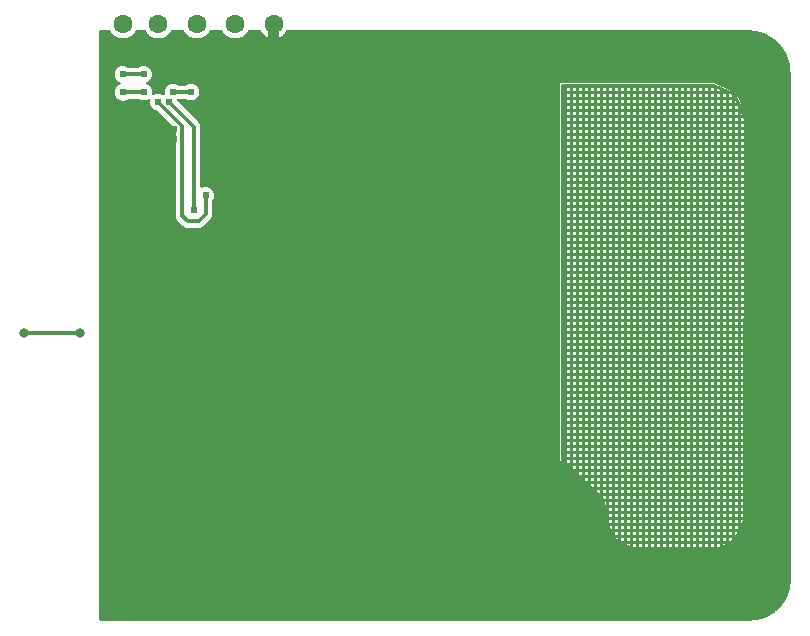
<source format=gbl>
G04 Layer: BottomLayer*
G04 EasyEDA v6.3.22, 2020-02-04T20:47:36+01:00*
G04 23f8c3a8da344597b0e8ce6df696b462,1e61c1b39cbf46459d8771e8f21e6a9c,10*
G04 Gerber Generator version 0.2*
G04 Scale: 100 percent, Rotated: No, Reflected: No *
G04 Dimensions in millimeters *
G04 leading zeros omitted , absolute positions ,3 integer and 3 decimal *
%FSLAX33Y33*%
%MOMM*%
G90*
G71D02*

%ADD10C,0.254000*%
%ADD13C,0.299999*%
%ADD19C,0.609600*%
%ADD20C,0.808025*%
%ADD28C,1.599997*%
%ADD29C,0.807999*%

%LPD*%
G36*
G01X30893Y50537D02*
G01X30161Y50538D01*
G01X30147Y50537D01*
G01X30132Y50533D01*
G01X30119Y50528D01*
G01X30106Y50521D01*
G01X30095Y50513D01*
G01X30084Y50502D01*
G01X30075Y50491D01*
G01X30069Y50478D01*
G01X30064Y50464D01*
G01X30061Y50450D01*
G01X30060Y50436D01*
G01X30060Y604D01*
G01X30061Y589D01*
G01X30064Y575D01*
G01X30069Y562D01*
G01X30075Y549D01*
G01X30084Y537D01*
G01X30095Y527D01*
G01X30106Y518D01*
G01X30119Y511D01*
G01X30132Y506D01*
G01X30147Y503D01*
G01X30161Y502D01*
G01X84945Y502D01*
G01X84971Y506D01*
G01X85003Y513D01*
G01X85034Y518D01*
G01X85067Y521D01*
G01X85099Y522D01*
G01X85184Y523D01*
G01X85268Y526D01*
G01X85352Y532D01*
G01X85437Y539D01*
G01X85521Y548D01*
G01X85604Y559D01*
G01X85688Y572D01*
G01X85771Y587D01*
G01X85854Y605D01*
G01X85936Y624D01*
G01X86018Y645D01*
G01X86099Y668D01*
G01X86180Y693D01*
G01X86260Y721D01*
G01X86339Y749D01*
G01X86418Y780D01*
G01X86496Y813D01*
G01X86573Y848D01*
G01X86649Y885D01*
G01X86725Y923D01*
G01X86799Y963D01*
G01X86872Y1005D01*
G01X86945Y1049D01*
G01X87016Y1094D01*
G01X87086Y1141D01*
G01X87155Y1190D01*
G01X87223Y1241D01*
G01X87289Y1293D01*
G01X87354Y1346D01*
G01X87418Y1402D01*
G01X87481Y1459D01*
G01X87542Y1517D01*
G01X87602Y1577D01*
G01X87660Y1638D01*
G01X87717Y1700D01*
G01X87773Y1764D01*
G01X87826Y1829D01*
G01X87878Y1896D01*
G01X87929Y1964D01*
G01X87978Y2033D01*
G01X88025Y2103D01*
G01X88070Y2174D01*
G01X88114Y2247D01*
G01X88156Y2320D01*
G01X88196Y2394D01*
G01X88234Y2470D01*
G01X88271Y2546D01*
G01X88305Y2623D01*
G01X88338Y2701D01*
G01X88369Y2779D01*
G01X88398Y2859D01*
G01X88425Y2939D01*
G01X88451Y3019D01*
G01X88474Y3101D01*
G01X88495Y3182D01*
G01X88514Y3265D01*
G01X88532Y3347D01*
G01X88547Y3431D01*
G01X88560Y3514D01*
G01X88571Y3598D01*
G01X88580Y3682D01*
G01X88587Y3766D01*
G01X88592Y3850D01*
G01X88596Y3935D01*
G01X88597Y4019D01*
G01X88597Y46845D01*
G01X88593Y46871D01*
G01X88586Y46903D01*
G01X88581Y46935D01*
G01X88578Y46967D01*
G01X88577Y46999D01*
G01X88576Y47084D01*
G01X88573Y47168D01*
G01X88568Y47253D01*
G01X88560Y47337D01*
G01X88551Y47421D01*
G01X88540Y47505D01*
G01X88527Y47588D01*
G01X88512Y47671D01*
G01X88494Y47754D01*
G01X88475Y47837D01*
G01X88454Y47918D01*
G01X88430Y48000D01*
G01X88406Y48080D01*
G01X88379Y48160D01*
G01X88319Y48318D01*
G01X88286Y48396D01*
G01X88251Y48473D01*
G01X88215Y48549D01*
G01X88176Y48625D01*
G01X88136Y48699D01*
G01X88094Y48772D01*
G01X88050Y48845D01*
G01X88005Y48916D01*
G01X87957Y48986D01*
G01X87909Y49055D01*
G01X87858Y49123D01*
G01X87806Y49189D01*
G01X87752Y49255D01*
G01X87697Y49318D01*
G01X87640Y49381D01*
G01X87582Y49442D01*
G01X87522Y49502D01*
G01X87461Y49560D01*
G01X87399Y49617D01*
G01X87335Y49672D01*
G01X87269Y49726D01*
G01X87203Y49778D01*
G01X87135Y49829D01*
G01X87066Y49878D01*
G01X86996Y49925D01*
G01X86925Y49970D01*
G01X86853Y50014D01*
G01X86779Y50056D01*
G01X86705Y50096D01*
G01X86630Y50135D01*
G01X86553Y50171D01*
G01X86476Y50206D01*
G01X86398Y50238D01*
G01X86320Y50269D01*
G01X86240Y50298D01*
G01X86160Y50326D01*
G01X86079Y50351D01*
G01X85998Y50374D01*
G01X85916Y50395D01*
G01X85834Y50414D01*
G01X85751Y50431D01*
G01X85668Y50447D01*
G01X85585Y50460D01*
G01X85501Y50471D01*
G01X85417Y50481D01*
G01X85333Y50488D01*
G01X85248Y50493D01*
G01X85164Y50496D01*
G01X85079Y50497D01*
G01X85072Y50497D01*
G01X68718Y50509D01*
G01X68713Y50509D01*
G01X45969Y50526D01*
G01X45953Y50524D01*
G01X45938Y50521D01*
G01X45924Y50515D01*
G01X45910Y50507D01*
G01X45898Y50496D01*
G01X45887Y50484D01*
G01X45879Y50470D01*
G01X45855Y50427D01*
G01X45830Y50384D01*
G01X45803Y50342D01*
G01X45774Y50302D01*
G01X45744Y50263D01*
G01X45712Y50225D01*
G01X45678Y50189D01*
G01X45644Y50154D01*
G01X45607Y50120D01*
G01X45569Y50088D01*
G01X45530Y50057D01*
G01X45490Y50029D01*
G01X45449Y50001D01*
G01X45406Y49976D01*
G01X45362Y49952D01*
G01X45318Y49930D01*
G01X45273Y49910D01*
G01X45273Y50425D01*
G01X45272Y50439D01*
G01X45269Y50453D01*
G01X45264Y50467D01*
G01X45257Y50480D01*
G01X45248Y50491D01*
G01X45238Y50501D01*
G01X45226Y50510D01*
G01X45213Y50517D01*
G01X45200Y50522D01*
G01X45185Y50525D01*
G01X45171Y50526D01*
G01X44447Y50527D01*
G01X44433Y50526D01*
G01X44419Y50523D01*
G01X44405Y50518D01*
G01X44392Y50511D01*
G01X44381Y50502D01*
G01X44371Y50492D01*
G01X44362Y50480D01*
G01X44355Y50467D01*
G01X44350Y50454D01*
G01X44347Y50440D01*
G01X44346Y50425D01*
G01X44346Y49910D01*
G01X44300Y49930D01*
G01X44256Y49952D01*
G01X44212Y49976D01*
G01X44169Y50002D01*
G01X44128Y50029D01*
G01X44088Y50057D01*
G01X44048Y50088D01*
G01X44010Y50120D01*
G01X43974Y50155D01*
G01X43939Y50190D01*
G01X43906Y50226D01*
G01X43874Y50264D01*
G01X43843Y50303D01*
G01X43814Y50344D01*
G01X43787Y50386D01*
G01X43762Y50428D01*
G01X43739Y50472D01*
G01X43730Y50486D01*
G01X43720Y50498D01*
G01X43708Y50508D01*
G01X43694Y50516D01*
G01X43680Y50522D01*
G01X43664Y50526D01*
G01X43648Y50527D01*
G01X42721Y50528D01*
G01X42705Y50527D01*
G01X42690Y50523D01*
G01X42675Y50517D01*
G01X42661Y50509D01*
G01X42649Y50498D01*
G01X42639Y50486D01*
G01X42631Y50473D01*
G01X42606Y50428D01*
G01X42580Y50384D01*
G01X42553Y50341D01*
G01X42523Y50300D01*
G01X42492Y50260D01*
G01X42459Y50222D01*
G01X42424Y50184D01*
G01X42388Y50148D01*
G01X42351Y50114D01*
G01X42312Y50081D01*
G01X42272Y50051D01*
G01X42230Y50021D01*
G01X42187Y49994D01*
G01X42143Y49969D01*
G01X42099Y49945D01*
G01X42053Y49923D01*
G01X42006Y49903D01*
G01X41958Y49885D01*
G01X41910Y49870D01*
G01X41861Y49855D01*
G01X41812Y49844D01*
G01X41762Y49834D01*
G01X41712Y49827D01*
G01X41661Y49821D01*
G01X41610Y49818D01*
G01X41559Y49817D01*
G01X41508Y49818D01*
G01X41458Y49821D01*
G01X41407Y49827D01*
G01X41357Y49834D01*
G01X41307Y49844D01*
G01X41258Y49856D01*
G01X41208Y49870D01*
G01X41160Y49885D01*
G01X41113Y49903D01*
G01X41066Y49923D01*
G01X41020Y49945D01*
G01X40975Y49969D01*
G01X40931Y49994D01*
G01X40888Y50022D01*
G01X40847Y50051D01*
G01X40806Y50082D01*
G01X40767Y50115D01*
G01X40730Y50149D01*
G01X40694Y50185D01*
G01X40659Y50223D01*
G01X40626Y50261D01*
G01X40595Y50301D01*
G01X40565Y50343D01*
G01X40538Y50386D01*
G01X40512Y50429D01*
G01X40488Y50474D01*
G01X40479Y50488D01*
G01X40469Y50500D01*
G01X40457Y50510D01*
G01X40443Y50519D01*
G01X40428Y50525D01*
G01X40413Y50528D01*
G01X40397Y50530D01*
G01X39472Y50530D01*
G01X39456Y50529D01*
G01X39441Y50525D01*
G01X39426Y50519D01*
G01X39412Y50511D01*
G01X39400Y50500D01*
G01X39390Y50488D01*
G01X39381Y50475D01*
G01X39358Y50430D01*
G01X39332Y50386D01*
G01X39304Y50343D01*
G01X39274Y50302D01*
G01X39243Y50262D01*
G01X39210Y50223D01*
G01X39176Y50186D01*
G01X39140Y50149D01*
G01X39102Y50115D01*
G01X39063Y50082D01*
G01X39023Y50051D01*
G01X38981Y50022D01*
G01X38939Y49994D01*
G01X38894Y49969D01*
G01X38850Y49945D01*
G01X38803Y49923D01*
G01X38757Y49904D01*
G01X38709Y49885D01*
G01X38661Y49870D01*
G01X38612Y49856D01*
G01X38562Y49844D01*
G01X38512Y49834D01*
G01X38462Y49827D01*
G01X38411Y49821D01*
G01X38360Y49818D01*
G01X38310Y49817D01*
G01X38258Y49818D01*
G01X38208Y49821D01*
G01X38157Y49827D01*
G01X38106Y49834D01*
G01X38057Y49844D01*
G01X38007Y49856D01*
G01X37958Y49870D01*
G01X37909Y49886D01*
G01X37862Y49904D01*
G01X37815Y49923D01*
G01X37769Y49945D01*
G01X37724Y49969D01*
G01X37680Y49995D01*
G01X37637Y50023D01*
G01X37595Y50052D01*
G01X37555Y50083D01*
G01X37516Y50116D01*
G01X37479Y50150D01*
G01X37442Y50187D01*
G01X37408Y50224D01*
G01X37375Y50263D01*
G01X37343Y50303D01*
G01X37314Y50345D01*
G01X37286Y50388D01*
G01X37261Y50431D01*
G01X37237Y50477D01*
G01X37228Y50490D01*
G01X37218Y50502D01*
G01X37206Y50513D01*
G01X37192Y50521D01*
G01X37177Y50527D01*
G01X37162Y50531D01*
G01X37146Y50532D01*
G01X36223Y50533D01*
G01X36208Y50531D01*
G01X36192Y50528D01*
G01X36177Y50522D01*
G01X36163Y50513D01*
G01X36151Y50503D01*
G01X36141Y50491D01*
G01X36133Y50477D01*
G01X36108Y50432D01*
G01X36083Y50388D01*
G01X36055Y50346D01*
G01X36026Y50304D01*
G01X35994Y50263D01*
G01X35962Y50225D01*
G01X35927Y50187D01*
G01X35891Y50151D01*
G01X35853Y50116D01*
G01X35814Y50083D01*
G01X35774Y50052D01*
G01X35732Y50023D01*
G01X35689Y49996D01*
G01X35645Y49970D01*
G01X35600Y49946D01*
G01X35554Y49924D01*
G01X35507Y49904D01*
G01X35460Y49886D01*
G01X35411Y49870D01*
G01X35362Y49856D01*
G01X35312Y49844D01*
G01X35263Y49834D01*
G01X35212Y49827D01*
G01X35162Y49822D01*
G01X35110Y49818D01*
G01X35059Y49817D01*
G01X35009Y49818D01*
G01X34957Y49822D01*
G01X34907Y49827D01*
G01X34856Y49834D01*
G01X34806Y49844D01*
G01X34756Y49856D01*
G01X34707Y49870D01*
G01X34659Y49886D01*
G01X34611Y49904D01*
G01X34564Y49924D01*
G01X34518Y49946D01*
G01X34473Y49970D01*
G01X34429Y49996D01*
G01X34386Y50023D01*
G01X34344Y50053D01*
G01X34304Y50084D01*
G01X34265Y50117D01*
G01X34227Y50152D01*
G01X34191Y50188D01*
G01X34157Y50226D01*
G01X34124Y50265D01*
G01X34092Y50305D01*
G01X34063Y50347D01*
G01X34035Y50390D01*
G01X34009Y50433D01*
G01X33986Y50479D01*
G01X33977Y50492D01*
G01X33967Y50505D01*
G01X33955Y50515D01*
G01X33941Y50523D01*
G01X33927Y50529D01*
G01X33911Y50533D01*
G01X33895Y50535D01*
G01X33225Y50535D01*
G01X33208Y50534D01*
G01X33193Y50530D01*
G01X33178Y50524D01*
G01X33165Y50516D01*
G01X33152Y50505D01*
G01X33142Y50493D01*
G01X33134Y50479D01*
G01X33110Y50434D01*
G01X33084Y50390D01*
G01X33056Y50347D01*
G01X33026Y50305D01*
G01X32995Y50265D01*
G01X32962Y50226D01*
G01X32928Y50188D01*
G01X32892Y50152D01*
G01X32854Y50117D01*
G01X32815Y50084D01*
G01X32775Y50053D01*
G01X32733Y50023D01*
G01X32690Y49996D01*
G01X32646Y49970D01*
G01X32601Y49946D01*
G01X32555Y49924D01*
G01X32508Y49904D01*
G01X32460Y49886D01*
G01X32412Y49870D01*
G01X32362Y49856D01*
G01X32313Y49844D01*
G01X32263Y49834D01*
G01X32212Y49827D01*
G01X32161Y49821D01*
G01X32110Y49818D01*
G01X32059Y49817D01*
G01X32008Y49818D01*
G01X31957Y49821D01*
G01X31906Y49827D01*
G01X31855Y49834D01*
G01X31805Y49844D01*
G01X31755Y49856D01*
G01X31707Y49870D01*
G01X31658Y49886D01*
G01X31610Y49904D01*
G01X31563Y49924D01*
G01X31517Y49946D01*
G01X31472Y49971D01*
G01X31428Y49997D01*
G01X31385Y50024D01*
G01X31343Y50054D01*
G01X31302Y50085D01*
G01X31264Y50118D01*
G01X31226Y50153D01*
G01X31189Y50189D01*
G01X31155Y50227D01*
G01X31122Y50266D01*
G01X31091Y50306D01*
G01X31061Y50348D01*
G01X31034Y50391D01*
G01X31008Y50435D01*
G01X30984Y50481D01*
G01X30976Y50494D01*
G01X30965Y50507D01*
G01X30953Y50517D01*
G01X30940Y50525D01*
G01X30925Y50532D01*
G01X30910Y50536D01*
G01X30893Y50537D01*
G37*

%LPC*%
G36*
G01X82060Y46020D02*
G01X69060Y46020D01*
G01X69059Y14023D01*
G01X69060Y14019D01*
G01X72494Y10793D01*
G01X72506Y10781D01*
G01X72514Y10767D01*
G01X72521Y10751D01*
G01X72525Y10736D01*
G01X72860Y8739D01*
G01X73520Y7379D01*
G01X75309Y6329D01*
G01X82440Y6379D01*
G01X83949Y7329D01*
G01X84809Y8969D01*
G01X84827Y38965D01*
G01X84850Y42739D01*
G01X84834Y42792D01*
G01X84830Y42806D01*
G01X84829Y42821D01*
G01X84830Y43049D01*
G01X84587Y43613D01*
G01X84583Y43624D01*
G01X84239Y44769D01*
G01X84025Y44952D01*
G01X84013Y44963D01*
G01X84004Y44975D01*
G01X83997Y44989D01*
G01X83919Y45169D01*
G01X83604Y45313D01*
G01X83581Y45329D01*
G01X83580Y45330D01*
G01X83550Y45339D01*
G01X83539Y45343D01*
G01X82060Y46020D01*
G37*
G36*
G01X32100Y47476D02*
G01X32060Y47477D01*
G01X32021Y47476D01*
G01X31983Y47473D01*
G01X31945Y47468D01*
G01X31907Y47461D01*
G01X31870Y47451D01*
G01X31834Y47440D01*
G01X31798Y47427D01*
G01X31763Y47412D01*
G01X31728Y47395D01*
G01X31695Y47376D01*
G01X31662Y47355D01*
G01X31631Y47333D01*
G01X31601Y47309D01*
G01X31573Y47283D01*
G01X31546Y47256D01*
G01X31520Y47227D01*
G01X31496Y47198D01*
G01X31474Y47166D01*
G01X31453Y47134D01*
G01X31434Y47101D01*
G01X31418Y47067D01*
G01X31402Y47031D01*
G01X31389Y46996D01*
G01X31378Y46959D01*
G01X31369Y46922D01*
G01X31361Y46884D01*
G01X31356Y46846D01*
G01X31353Y46808D01*
G01X31352Y46770D01*
G01X31353Y46731D01*
G01X31356Y46692D01*
G01X31362Y46653D01*
G01X31369Y46615D01*
G01X31379Y46577D01*
G01X31391Y46540D01*
G01X31404Y46503D01*
G01X31420Y46467D01*
G01X31437Y46432D01*
G01X31457Y46399D01*
G01X31479Y46366D01*
G01X31501Y46335D01*
G01X31526Y46305D01*
G01X31553Y46276D01*
G01X31581Y46249D01*
G01X31610Y46223D01*
G01X31641Y46199D01*
G01X31673Y46177D01*
G01X31707Y46157D01*
G01X31741Y46138D01*
G01X31776Y46122D01*
G01X31812Y46107D01*
G01X31827Y46100D01*
G01X31839Y46092D01*
G01X31851Y46081D01*
G01X31861Y46070D01*
G01X31868Y46056D01*
G01X31874Y46042D01*
G01X31877Y46027D01*
G01X31878Y46012D01*
G01X31877Y45997D01*
G01X31874Y45981D01*
G01X31868Y45967D01*
G01X31861Y45954D01*
G01X31851Y45942D01*
G01X31839Y45932D01*
G01X31827Y45923D01*
G01X31812Y45916D01*
G01X31776Y45902D01*
G01X31741Y45885D01*
G01X31707Y45866D01*
G01X31673Y45846D01*
G01X31641Y45824D01*
G01X31610Y45800D01*
G01X31581Y45775D01*
G01X31553Y45747D01*
G01X31526Y45719D01*
G01X31501Y45689D01*
G01X31457Y45625D01*
G01X31437Y45591D01*
G01X31420Y45556D01*
G01X31404Y45520D01*
G01X31391Y45483D01*
G01X31379Y45446D01*
G01X31369Y45408D01*
G01X31362Y45370D01*
G01X31356Y45332D01*
G01X31353Y45292D01*
G01X31352Y45253D01*
G01X31353Y45215D01*
G01X31356Y45177D01*
G01X31361Y45139D01*
G01X31369Y45101D01*
G01X31378Y45064D01*
G01X31389Y45028D01*
G01X31402Y44992D01*
G01X31434Y44922D01*
G01X31453Y44889D01*
G01X31474Y44857D01*
G01X31496Y44826D01*
G01X31520Y44796D01*
G01X31546Y44767D01*
G01X31573Y44740D01*
G01X31601Y44714D01*
G01X31631Y44690D01*
G01X31662Y44668D01*
G01X31695Y44647D01*
G01X31728Y44628D01*
G01X31798Y44596D01*
G01X31834Y44583D01*
G01X31870Y44572D01*
G01X31907Y44563D01*
G01X31945Y44555D01*
G01X31983Y44550D01*
G01X32021Y44547D01*
G01X32060Y44546D01*
G01X32100Y44547D01*
G01X32141Y44551D01*
G01X32182Y44557D01*
G01X32222Y44565D01*
G01X32261Y44576D01*
G01X32300Y44588D01*
G01X32339Y44604D01*
G01X32376Y44621D01*
G01X32412Y44640D01*
G01X32447Y44662D01*
G01X32480Y44685D01*
G01X32494Y44694D01*
G01X32508Y44700D01*
G01X32524Y44704D01*
G01X32540Y44705D01*
G01X33340Y44712D01*
G01X33341Y44712D01*
G01X33356Y44711D01*
G01X33372Y44707D01*
G01X33386Y44701D01*
G01X33400Y44693D01*
G01X33433Y44671D01*
G01X33467Y44651D01*
G01X33502Y44633D01*
G01X33538Y44616D01*
G01X33576Y44602D01*
G01X33613Y44590D01*
G01X33652Y44580D01*
G01X33691Y44572D01*
G01X33730Y44567D01*
G01X33770Y44563D01*
G01X33810Y44562D01*
G01X33849Y44563D01*
G01X33887Y44567D01*
G01X33927Y44572D01*
G01X33965Y44579D01*
G01X34003Y44589D01*
G01X34040Y44601D01*
G01X34077Y44615D01*
G01X34113Y44631D01*
G01X34148Y44648D01*
G01X34181Y44668D01*
G01X34214Y44689D01*
G01X34227Y44697D01*
G01X34242Y44703D01*
G01X34257Y44706D01*
G01X34272Y44708D01*
G01X34287Y44707D01*
G01X34301Y44704D01*
G01X34314Y44699D01*
G01X34327Y44691D01*
G01X34339Y44683D01*
G01X34349Y44673D01*
G01X34358Y44661D01*
G01X34370Y44635D01*
G01X34373Y44620D01*
G01X34374Y44606D01*
G01X34371Y44583D01*
G01X34363Y44542D01*
G01X34357Y44501D01*
G01X34353Y44461D01*
G01X34352Y44420D01*
G01X34353Y44381D01*
G01X34356Y44343D01*
G01X34361Y44304D01*
G01X34369Y44267D01*
G01X34378Y44229D01*
G01X34389Y44193D01*
G01X34403Y44157D01*
G01X34418Y44121D01*
G01X34436Y44086D01*
G01X34454Y44053D01*
G01X34475Y44021D01*
G01X34498Y43989D01*
G01X34522Y43959D01*
G01X34548Y43931D01*
G01X34575Y43904D01*
G01X34604Y43878D01*
G01X34634Y43854D01*
G01X34666Y43832D01*
G01X34698Y43811D01*
G01X34732Y43793D01*
G01X34767Y43776D01*
G01X34802Y43761D01*
G01X34838Y43748D01*
G01X34876Y43736D01*
G01X34913Y43728D01*
G01X34951Y43721D01*
G01X34966Y43717D01*
G01X34981Y43711D01*
G01X34995Y43702D01*
G01X35007Y43692D01*
G01X36477Y42222D01*
G01X36487Y42210D01*
G01X36496Y42196D01*
G01X36502Y42181D01*
G01X36506Y42166D01*
G01X36507Y42150D01*
G01X36507Y34819D01*
G01X36508Y34783D01*
G01X36512Y34747D01*
G01X36517Y34711D01*
G01X36526Y34676D01*
G01X36536Y34641D01*
G01X36549Y34608D01*
G01X36564Y34575D01*
G01X36581Y34543D01*
G01X36600Y34512D01*
G01X36621Y34483D01*
G01X36644Y34455D01*
G01X36669Y34428D01*
G01X37169Y33928D01*
G01X37196Y33903D01*
G01X37224Y33880D01*
G01X37253Y33859D01*
G01X37283Y33840D01*
G01X37315Y33823D01*
G01X37348Y33808D01*
G01X37382Y33795D01*
G01X37417Y33785D01*
G01X37452Y33777D01*
G01X37488Y33771D01*
G01X37524Y33767D01*
G01X37560Y33766D01*
G01X38459Y33766D01*
G01X38495Y33767D01*
G01X38531Y33771D01*
G01X38567Y33777D01*
G01X38602Y33785D01*
G01X38637Y33795D01*
G01X38671Y33808D01*
G01X38704Y33823D01*
G01X38736Y33841D01*
G01X38767Y33860D01*
G01X38796Y33881D01*
G01X38824Y33904D01*
G01X38851Y33928D01*
G01X39450Y34530D01*
G01X39474Y34557D01*
G01X39497Y34585D01*
G01X39518Y34614D01*
G01X39537Y34645D01*
G01X39554Y34677D01*
G01X39569Y34710D01*
G01X39582Y34743D01*
G01X39592Y34778D01*
G01X39600Y34813D01*
G01X39607Y34848D01*
G01X39610Y34885D01*
G01X39611Y34921D01*
G01X39611Y36042D01*
G01X39612Y36058D01*
G01X39616Y36074D01*
G01X39622Y36089D01*
G01X39630Y36102D01*
G01X39654Y36136D01*
G01X39675Y36170D01*
G01X39693Y36206D01*
G01X39711Y36243D01*
G01X39725Y36281D01*
G01X39738Y36320D01*
G01X39748Y36359D01*
G01X39756Y36398D01*
G01X39762Y36439D01*
G01X39766Y36479D01*
G01X39767Y36519D01*
G01X39766Y36558D01*
G01X39762Y36596D01*
G01X39757Y36634D01*
G01X39750Y36672D01*
G01X39741Y36709D01*
G01X39730Y36745D01*
G01X39717Y36781D01*
G01X39702Y36816D01*
G01X39684Y36851D01*
G01X39665Y36884D01*
G01X39645Y36917D01*
G01X39623Y36948D01*
G01X39598Y36978D01*
G01X39573Y37006D01*
G01X39546Y37033D01*
G01X39517Y37059D01*
G01X39488Y37083D01*
G01X39456Y37105D01*
G01X39424Y37126D01*
G01X39391Y37145D01*
G01X39357Y37161D01*
G01X39321Y37177D01*
G01X39285Y37190D01*
G01X39249Y37201D01*
G01X39211Y37210D01*
G01X39174Y37218D01*
G01X39136Y37223D01*
G01X39098Y37226D01*
G01X39059Y37227D01*
G01X39020Y37226D01*
G01X38982Y37223D01*
G01X38943Y37217D01*
G01X38904Y37210D01*
G01X38866Y37200D01*
G01X38829Y37188D01*
G01X38793Y37175D01*
G01X38757Y37159D01*
G01X38743Y37154D01*
G01X38729Y37150D01*
G01X38713Y37149D01*
G01X38699Y37150D01*
G01X38685Y37153D01*
G01X38671Y37158D01*
G01X38659Y37165D01*
G01X38647Y37174D01*
G01X38637Y37184D01*
G01X38628Y37196D01*
G01X38621Y37209D01*
G01X38616Y37222D01*
G01X38613Y37237D01*
G01X38612Y37251D01*
G01X38612Y42293D01*
G01X38613Y42320D01*
G01X38611Y42356D01*
G01X38608Y42392D01*
G01X38602Y42427D01*
G01X38594Y42463D01*
G01X38583Y42497D01*
G01X38571Y42531D01*
G01X38556Y42564D01*
G01X38539Y42596D01*
G01X38499Y42656D01*
G01X38476Y42684D01*
G01X38451Y42710D01*
G01X36687Y44475D01*
G01X36676Y44487D01*
G01X36668Y44500D01*
G01X36662Y44515D01*
G01X36658Y44530D01*
G01X36651Y44570D01*
G01X36648Y44591D01*
G01X36649Y44606D01*
G01X36653Y44620D01*
G01X36658Y44633D01*
G01X36665Y44646D01*
G01X36673Y44657D01*
G01X36684Y44668D01*
G01X36695Y44676D01*
G01X36726Y44698D01*
G01X36739Y44706D01*
G01X36754Y44712D01*
G01X36770Y44716D01*
G01X36786Y44717D01*
G01X37334Y44717D01*
G01X37349Y44716D01*
G01X37365Y44712D01*
G01X37380Y44706D01*
G01X37393Y44698D01*
G01X37427Y44675D01*
G01X37461Y44654D01*
G01X37497Y44635D01*
G01X37534Y44618D01*
G01X37571Y44604D01*
G01X37610Y44591D01*
G01X37649Y44581D01*
G01X37689Y44573D01*
G01X37729Y44567D01*
G01X37769Y44563D01*
G01X37810Y44562D01*
G01X37848Y44563D01*
G01X37886Y44567D01*
G01X37924Y44572D01*
G01X37962Y44579D01*
G01X37999Y44588D01*
G01X38035Y44599D01*
G01X38071Y44612D01*
G01X38106Y44627D01*
G01X38141Y44645D01*
G01X38174Y44664D01*
G01X38206Y44684D01*
G01X38237Y44706D01*
G01X38267Y44731D01*
G01X38296Y44756D01*
G01X38323Y44783D01*
G01X38349Y44812D01*
G01X38373Y44841D01*
G01X38395Y44873D01*
G01X38416Y44905D01*
G01X38435Y44938D01*
G01X38451Y44972D01*
G01X38467Y45008D01*
G01X38480Y45044D01*
G01X38491Y45080D01*
G01X38500Y45118D01*
G01X38508Y45155D01*
G01X38513Y45193D01*
G01X38516Y45231D01*
G01X38517Y45270D01*
G01X38516Y45308D01*
G01X38513Y45346D01*
G01X38508Y45384D01*
G01X38500Y45421D01*
G01X38491Y45459D01*
G01X38480Y45496D01*
G01X38467Y45531D01*
G01X38451Y45567D01*
G01X38435Y45601D01*
G01X38416Y45634D01*
G01X38395Y45666D01*
G01X38373Y45698D01*
G01X38349Y45727D01*
G01X38323Y45756D01*
G01X38296Y45783D01*
G01X38267Y45809D01*
G01X38237Y45833D01*
G01X38206Y45855D01*
G01X38174Y45876D01*
G01X38141Y45894D01*
G01X38106Y45912D01*
G01X38071Y45927D01*
G01X38035Y45940D01*
G01X37999Y45951D01*
G01X37962Y45960D01*
G01X37924Y45968D01*
G01X37886Y45973D01*
G01X37848Y45976D01*
G01X37810Y45977D01*
G01X37769Y45976D01*
G01X37729Y45972D01*
G01X37689Y45967D01*
G01X37649Y45958D01*
G01X37610Y45948D01*
G01X37571Y45936D01*
G01X37534Y45921D01*
G01X37497Y45904D01*
G01X37461Y45885D01*
G01X37427Y45864D01*
G01X37393Y45842D01*
G01X37380Y45833D01*
G01X37365Y45827D01*
G01X37349Y45823D01*
G01X37334Y45822D01*
G01X36786Y45822D01*
G01X36770Y45823D01*
G01X36754Y45827D01*
G01X36739Y45833D01*
G01X36726Y45842D01*
G01X36693Y45864D01*
G01X36658Y45885D01*
G01X36622Y45904D01*
G01X36585Y45921D01*
G01X36547Y45936D01*
G01X36509Y45948D01*
G01X36470Y45958D01*
G01X36431Y45967D01*
G01X36390Y45972D01*
G01X36350Y45976D01*
G01X36310Y45977D01*
G01X36272Y45976D01*
G01X36233Y45973D01*
G01X36195Y45968D01*
G01X36158Y45960D01*
G01X36120Y45951D01*
G01X36084Y45940D01*
G01X36048Y45927D01*
G01X36012Y45912D01*
G01X35978Y45894D01*
G01X35945Y45876D01*
G01X35913Y45855D01*
G01X35881Y45833D01*
G01X35852Y45809D01*
G01X35823Y45783D01*
G01X35796Y45756D01*
G01X35746Y45698D01*
G01X35724Y45666D01*
G01X35704Y45634D01*
G01X35685Y45601D01*
G01X35668Y45567D01*
G01X35652Y45531D01*
G01X35639Y45496D01*
G01X35628Y45459D01*
G01X35619Y45421D01*
G01X35612Y45384D01*
G01X35607Y45346D01*
G01X35603Y45308D01*
G01X35602Y45270D01*
G01X35604Y45219D01*
G01X35610Y45169D01*
G01X35618Y45120D01*
G01X35621Y45098D01*
G01X35620Y45084D01*
G01X35617Y45069D01*
G01X35612Y45056D01*
G01X35605Y45044D01*
G01X35596Y45032D01*
G01X35586Y45022D01*
G01X35575Y45013D01*
G01X35566Y45007D01*
G01X35553Y45000D01*
G01X35539Y44995D01*
G01X35524Y44991D01*
G01X35510Y44990D01*
G01X35495Y44991D01*
G01X35480Y44995D01*
G01X35466Y45000D01*
G01X35453Y45007D01*
G01X35421Y45028D01*
G01X35388Y45046D01*
G01X35354Y45063D01*
G01X35319Y45078D01*
G01X35283Y45091D01*
G01X35247Y45102D01*
G01X35210Y45111D01*
G01X35173Y45118D01*
G01X35135Y45123D01*
G01X35098Y45126D01*
G01X35059Y45127D01*
G01X35020Y45126D01*
G01X34981Y45123D01*
G01X34943Y45117D01*
G01X34904Y45110D01*
G01X34866Y45100D01*
G01X34829Y45088D01*
G01X34792Y45075D01*
G01X34756Y45059D01*
G01X34722Y45041D01*
G01X34688Y45022D01*
G01X34655Y45000D01*
G01X34641Y44992D01*
G01X34627Y44987D01*
G01X34612Y44983D01*
G01X34597Y44982D01*
G01X34582Y44983D01*
G01X34568Y44986D01*
G01X34554Y44991D01*
G01X34542Y44998D01*
G01X34530Y45006D01*
G01X34520Y45017D01*
G01X34511Y45028D01*
G01X34504Y45041D01*
G01X34499Y45055D01*
G01X34496Y45069D01*
G01X34495Y45083D01*
G01X34498Y45107D01*
G01X34506Y45147D01*
G01X34512Y45188D01*
G01X34516Y45228D01*
G01X34517Y45270D01*
G01X34516Y45308D01*
G01X34513Y45346D01*
G01X34508Y45383D01*
G01X34501Y45421D01*
G01X34491Y45458D01*
G01X34480Y45495D01*
G01X34467Y45530D01*
G01X34452Y45565D01*
G01X34435Y45600D01*
G01X34416Y45633D01*
G01X34396Y45665D01*
G01X34374Y45696D01*
G01X34350Y45726D01*
G01X34324Y45754D01*
G01X34297Y45782D01*
G01X34269Y45807D01*
G01X34240Y45831D01*
G01X34209Y45853D01*
G01X34177Y45874D01*
G01X34144Y45893D01*
G01X34109Y45910D01*
G01X34074Y45925D01*
G01X34061Y45932D01*
G01X34049Y45941D01*
G01X34038Y45951D01*
G01X34028Y45963D01*
G01X34021Y45976D01*
G01X34015Y45990D01*
G01X34012Y46005D01*
G01X34011Y46020D01*
G01X34012Y46035D01*
G01X34015Y46049D01*
G01X34021Y46064D01*
G01X34028Y46076D01*
G01X34038Y46088D01*
G01X34049Y46099D01*
G01X34061Y46107D01*
G01X34074Y46114D01*
G01X34109Y46129D01*
G01X34144Y46146D01*
G01X34177Y46165D01*
G01X34209Y46186D01*
G01X34240Y46208D01*
G01X34269Y46232D01*
G01X34297Y46258D01*
G01X34324Y46285D01*
G01X34350Y46314D01*
G01X34374Y46343D01*
G01X34396Y46374D01*
G01X34416Y46406D01*
G01X34435Y46440D01*
G01X34452Y46474D01*
G01X34467Y46509D01*
G01X34480Y46545D01*
G01X34491Y46581D01*
G01X34501Y46618D01*
G01X34508Y46656D01*
G01X34513Y46694D01*
G01X34516Y46732D01*
G01X34517Y46770D01*
G01X34516Y46808D01*
G01X34513Y46846D01*
G01X34508Y46884D01*
G01X34500Y46922D01*
G01X34491Y46959D01*
G01X34480Y46996D01*
G01X34467Y47031D01*
G01X34451Y47067D01*
G01X34435Y47101D01*
G01X34416Y47134D01*
G01X34395Y47166D01*
G01X34373Y47198D01*
G01X34349Y47227D01*
G01X34323Y47256D01*
G01X34296Y47283D01*
G01X34267Y47309D01*
G01X34237Y47333D01*
G01X34206Y47355D01*
G01X34174Y47376D01*
G01X34141Y47395D01*
G01X34106Y47412D01*
G01X34071Y47427D01*
G01X34035Y47440D01*
G01X33999Y47451D01*
G01X33962Y47461D01*
G01X33924Y47468D01*
G01X33886Y47473D01*
G01X33848Y47476D01*
G01X33810Y47477D01*
G01X33769Y47476D01*
G01X33729Y47472D01*
G01X33689Y47467D01*
G01X33649Y47459D01*
G01X33610Y47448D01*
G01X33571Y47436D01*
G01X33534Y47421D01*
G01X33497Y47404D01*
G01X33461Y47385D01*
G01X33427Y47365D01*
G01X33393Y47342D01*
G01X33380Y47334D01*
G01X33365Y47327D01*
G01X33349Y47323D01*
G01X33334Y47322D01*
G01X32535Y47322D01*
G01X32519Y47323D01*
G01X32504Y47327D01*
G01X32489Y47334D01*
G01X32476Y47342D01*
G01X32442Y47365D01*
G01X32408Y47385D01*
G01X32372Y47404D01*
G01X32335Y47421D01*
G01X32297Y47436D01*
G01X32259Y47448D01*
G01X32220Y47459D01*
G01X32180Y47467D01*
G01X32140Y47472D01*
G01X32100Y47476D01*
G37*

%LPD*%
G54D10*
G01X75344Y6458D02*
G01X73618Y7470D01*
G01X73618Y7470D02*
G01X72983Y8779D01*
G01X72983Y8779D02*
G01X72646Y10791D01*
G01X72607Y10863D02*
G01X69188Y14075D01*
G01X69188Y14075D02*
G01X69188Y45891D01*
G01X69188Y45891D02*
G01X82032Y45891D01*
G01X82032Y45891D02*
G01X83821Y45073D01*
G01X83821Y45073D02*
G01X84701Y43023D01*
G01X84701Y43023D02*
G01X84681Y9001D01*
G01X84681Y9001D02*
G01X83852Y7420D01*
G01X83852Y7420D02*
G01X82402Y6507D01*
G01X82402Y6507D02*
G01X75344Y6458D01*
G01X75003Y6658D02*
G01X82641Y6658D01*
G01X74137Y7166D02*
G01X83448Y7166D01*
G01X73519Y7674D02*
G01X83985Y7674D01*
G01X73273Y8182D02*
G01X84251Y8182D01*
G01X73026Y8690D02*
G01X84518Y8690D01*
G01X72913Y9198D02*
G01X84681Y9198D01*
G01X72828Y9706D02*
G01X84682Y9706D01*
G01X72743Y10214D02*
G01X84682Y10214D01*
G01X72657Y10722D02*
G01X84682Y10722D01*
G01X72217Y11230D02*
G01X84682Y11230D01*
G01X71676Y11738D02*
G01X84683Y11738D01*
G01X71136Y12246D02*
G01X84683Y12246D01*
G01X70595Y12754D02*
G01X84683Y12754D01*
G01X70054Y13262D02*
G01X84684Y13262D01*
G01X69513Y13770D02*
G01X84684Y13770D01*
G01X69188Y14278D02*
G01X84684Y14278D01*
G01X69188Y14786D02*
G01X84685Y14786D01*
G01X69188Y15294D02*
G01X84685Y15294D01*
G01X69188Y15802D02*
G01X84685Y15802D01*
G01X69188Y16310D02*
G01X84685Y16310D01*
G01X69188Y16818D02*
G01X84686Y16818D01*
G01X69188Y17326D02*
G01X84686Y17326D01*
G01X69188Y17834D02*
G01X84686Y17834D01*
G01X69188Y18342D02*
G01X84687Y18342D01*
G01X69188Y18850D02*
G01X84687Y18850D01*
G01X69188Y19358D02*
G01X84687Y19358D01*
G01X69188Y19866D02*
G01X84688Y19866D01*
G01X69188Y20374D02*
G01X84688Y20374D01*
G01X69188Y20882D02*
G01X84688Y20882D01*
G01X69188Y21390D02*
G01X84688Y21390D01*
G01X69188Y21898D02*
G01X84689Y21898D01*
G01X69188Y22406D02*
G01X84689Y22406D01*
G01X69188Y22914D02*
G01X84689Y22914D01*
G01X69188Y23422D02*
G01X84690Y23422D01*
G01X69188Y23930D02*
G01X84690Y23930D01*
G01X69188Y24438D02*
G01X84690Y24438D01*
G01X69188Y24946D02*
G01X84691Y24946D01*
G01X69188Y25454D02*
G01X84691Y25454D01*
G01X69188Y25962D02*
G01X84691Y25962D01*
G01X69188Y26470D02*
G01X84691Y26470D01*
G01X69188Y26978D02*
G01X84692Y26978D01*
G01X69188Y27486D02*
G01X84692Y27486D01*
G01X69188Y27994D02*
G01X84692Y27994D01*
G01X69188Y28502D02*
G01X84693Y28502D01*
G01X69188Y29010D02*
G01X84693Y29010D01*
G01X69188Y29518D02*
G01X84693Y29518D01*
G01X69188Y30026D02*
G01X84694Y30026D01*
G01X69188Y30534D02*
G01X84694Y30534D01*
G01X69188Y31042D02*
G01X84694Y31042D01*
G01X69188Y31550D02*
G01X84694Y31550D01*
G01X69188Y32058D02*
G01X84695Y32058D01*
G01X69188Y32566D02*
G01X84695Y32566D01*
G01X69188Y33074D02*
G01X84695Y33074D01*
G01X69188Y33582D02*
G01X84696Y33582D01*
G01X69188Y34090D02*
G01X84696Y34090D01*
G01X69188Y34598D02*
G01X84696Y34598D01*
G01X69188Y35106D02*
G01X84697Y35106D01*
G01X69188Y35614D02*
G01X84697Y35614D01*
G01X69188Y36122D02*
G01X84697Y36122D01*
G01X69188Y36630D02*
G01X84697Y36630D01*
G01X69188Y37138D02*
G01X84698Y37138D01*
G01X69188Y37646D02*
G01X84698Y37646D01*
G01X69188Y38154D02*
G01X84698Y38154D01*
G01X69188Y38662D02*
G01X84699Y38662D01*
G01X69188Y39170D02*
G01X84699Y39170D01*
G01X69188Y39678D02*
G01X84699Y39678D01*
G01X69188Y40186D02*
G01X84699Y40186D01*
G01X69188Y40694D02*
G01X84700Y40694D01*
G01X69188Y41202D02*
G01X84700Y41202D01*
G01X69188Y41710D02*
G01X84700Y41710D01*
G01X69188Y42218D02*
G01X84701Y42218D01*
G01X69188Y42726D02*
G01X84701Y42726D01*
G01X69188Y43234D02*
G01X84611Y43234D01*
G01X69188Y43742D02*
G01X84393Y43742D01*
G01X69188Y44250D02*
G01X84175Y44250D01*
G01X69188Y44758D02*
G01X83957Y44758D01*
G01X69188Y45266D02*
G01X83400Y45266D01*
G01X69188Y45774D02*
G01X82289Y45774D01*
G01X84215Y8113D02*
G01X84215Y44155D01*
G01X83707Y7329D02*
G01X83707Y45125D01*
G01X83199Y7009D02*
G01X83199Y45357D01*
G01X82691Y6689D02*
G01X82691Y45590D01*
G01X82183Y6506D02*
G01X82183Y45822D01*
G01X81675Y6502D02*
G01X81675Y45891D01*
G01X81167Y6499D02*
G01X81167Y45891D01*
G01X80659Y6495D02*
G01X80659Y45891D01*
G01X80151Y6492D02*
G01X80151Y45891D01*
G01X79643Y6488D02*
G01X79643Y45891D01*
G01X79135Y6484D02*
G01X79135Y45891D01*
G01X78627Y6481D02*
G01X78627Y45891D01*
G01X78119Y6477D02*
G01X78119Y45891D01*
G01X77611Y6474D02*
G01X77611Y45891D01*
G01X77103Y6470D02*
G01X77103Y45891D01*
G01X76595Y6467D02*
G01X76595Y45891D01*
G01X76087Y6463D02*
G01X76087Y45891D01*
G01X75579Y6460D02*
G01X75579Y45891D01*
G01X75071Y6618D02*
G01X75071Y45891D01*
G01X74563Y6916D02*
G01X74563Y45891D01*
G01X74055Y7214D02*
G01X74055Y45891D01*
G01X73547Y7616D02*
G01X73547Y45891D01*
G01X73039Y8663D02*
G01X73039Y45891D01*
G01X72531Y10934D02*
G01X72531Y45891D01*
G01X72023Y11412D02*
G01X72023Y45891D01*
G01X71515Y11889D02*
G01X71515Y45891D01*
G01X71007Y12366D02*
G01X71007Y45891D01*
G01X70499Y12843D02*
G01X70499Y45891D01*
G01X69991Y13320D02*
G01X69991Y45891D01*
G01X69483Y13798D02*
G01X69483Y45891D01*
G54D13*
G01X33811Y45269D02*
G01X32058Y45253D01*
G01X32059Y46770D02*
G01X32059Y46770D01*
G01X33810Y46770D01*
G01X36310Y45270D02*
G01X37809Y45270D01*
G01X37809Y45270D01*
G01X23684Y24864D02*
G01X23710Y24839D01*
G01X28379Y24839D01*
G01X35960Y44420D02*
G01X38060Y42320D01*
G01X38059Y42319D01*
G01X38059Y35320D01*
G01X35060Y44420D02*
G01X37059Y42421D01*
G01X37059Y34819D01*
G01X37560Y34319D01*
G01X38459Y34319D01*
G01X39058Y34921D01*
G01X39058Y36521D01*
G54D10*
G75*
G01X72646Y10791D02*
G03X72608Y10864I-126J-21D01*
G01*
G54D28*
G01X38310Y51020D03*
G01X41560Y51020D03*
G01X44809Y51020D03*
G01X35059Y51020D03*
G01X32059Y51020D03*
G54D29*
G01X23685Y24864D03*
G54D19*
G01X43059Y21020D03*
G01X43059Y35020D03*
G01X51059Y35020D03*
G01X51059Y28020D03*
G01X51059Y21020D03*
G01X59060Y35020D03*
G01X59060Y28020D03*
G01X59060Y21020D03*
G01X35059Y13020D03*
G01X43059Y13020D03*
G01X51059Y13020D03*
G01X59060Y13020D03*
G01X40059Y39020D03*
G01X36809Y20020D03*
G01X38059Y21770D03*
G01X38310Y23770D03*
G01X39809Y25520D03*
G01X67559Y37270D03*
G01X67559Y35020D03*
G01X67559Y29520D03*
G01X67060Y13020D03*
G01X67559Y17270D03*
G01X67559Y22020D03*
G01X67559Y26520D03*
G01X67559Y32020D03*
G01X67559Y39520D03*
G01X65460Y41520D03*
G01X62459Y42120D03*
G01X59459Y42120D03*
G01X56459Y42120D03*
G01X53459Y42120D03*
G01X50459Y42120D03*
G01X47184Y41019D03*
G01X45310Y41020D03*
G01X43559Y40020D03*
G01X41059Y27770D03*
G01X41059Y32020D03*
G01X40809Y34270D03*
G01X41134Y36544D03*
G01X42059Y38520D03*
G01X40059Y37520D03*
G01X41059Y30270D03*
G01X40560Y23520D03*
G01X31059Y37520D03*
G01X39059Y36520D03*
G01X35059Y44420D03*
G01X35960Y44420D03*
G01X31560Y32520D03*
G01X31059Y29020D03*
G01X34089Y19390D03*
G01X34089Y20440D03*
G01X38059Y35320D03*
G54D20*
G01X28379Y24839D03*
G54D19*
G01X32909Y19399D03*
G01X32909Y20419D03*
G01X31059Y49020D03*
G01X48059Y49020D03*
G01X53179Y49019D03*
G01X57179Y49019D03*
G01X61179Y49019D03*
G01X65179Y49019D03*
G01X69179Y49019D03*
G01X51180Y49020D03*
G01X55180Y49020D03*
G01X59180Y49020D03*
G01X63180Y49020D03*
G01X67180Y49020D03*
G01X71219Y49020D03*
G01X73219Y49020D03*
G01X75219Y49020D03*
G01X77219Y49020D03*
G01X79219Y49020D03*
G01X81219Y49020D03*
G01X83219Y49020D03*
G01X31079Y2039D03*
G01X35079Y2039D03*
G01X39079Y2039D03*
G01X47079Y2039D03*
G01X33079Y2039D03*
G01X37079Y2039D03*
G01X41079Y2039D03*
G01X45079Y2039D03*
G01X49079Y2039D03*
G01X53199Y2039D03*
G01X57199Y2039D03*
G01X61199Y2039D03*
G01X65199Y2039D03*
G01X69199Y2039D03*
G01X51199Y2039D03*
G01X55199Y2039D03*
G01X59199Y2039D03*
G01X63199Y2039D03*
G01X67199Y2039D03*
G01X71239Y2039D03*
G01X73239Y2040D03*
G01X75239Y2039D03*
G01X77239Y2040D03*
G01X79239Y2039D03*
G01X81239Y2099D03*
G01X83239Y2099D03*
G01X43079Y2039D03*
G01X86879Y3479D03*
G01X86820Y7479D03*
G01X86820Y15479D03*
G01X86820Y5479D03*
G01X86820Y9479D03*
G01X86820Y13479D03*
G01X86820Y17479D03*
G01X86820Y21599D03*
G01X86820Y25599D03*
G01X86820Y29599D03*
G01X86820Y33599D03*
G01X86820Y37599D03*
G01X86820Y19599D03*
G01X86820Y23599D03*
G01X86820Y27599D03*
G01X86820Y31599D03*
G01X86820Y35599D03*
G01X86820Y39639D03*
G01X86820Y41639D03*
G01X86820Y43639D03*
G01X86820Y45639D03*
G01X86760Y47639D03*
G01X86820Y11479D03*
G01X85259Y49019D03*
G01X85319Y2099D03*
G01X31079Y3839D03*
G01X31079Y7839D03*
G01X31079Y11839D03*
G01X31079Y19839D03*
G01X31080Y5839D03*
G01X31080Y9839D03*
G01X31080Y13839D03*
G01X31080Y17839D03*
G01X31079Y15839D03*
G01X31059Y31020D03*
G01X31059Y41270D03*
G01X31079Y39259D03*
G01X31059Y47270D03*
G01X31080Y33259D03*
G01X31059Y36020D03*
G01X31080Y45259D03*
G01X31079Y43259D03*
G01X59039Y5659D03*
G01X67039Y5659D03*
G01X35039Y5659D03*
G01X51039Y5659D03*
G01X43039Y5659D03*
G01X32059Y46770D03*
G01X33809Y46770D03*
G01X36310Y45270D03*
G01X37809Y45270D03*
G01X33809Y45270D03*
G01X32059Y45254D03*
G01X35310Y48520D03*
G01X38560Y47770D03*
G01X40059Y47770D03*
G01X35310Y39270D03*
G01X43729Y49019D03*
G01X45729Y49019D03*
G01X43059Y47770D03*
G01X37599Y31479D03*
G01X43159Y28220D03*
G01X35560Y42120D03*
G01X35560Y41320D03*
G01X33160Y41720D03*
G01X35310Y37770D03*
G01X32809Y26270D03*
G01X32809Y24770D03*
G01X34310Y24770D03*
G01X34310Y26270D03*
G01X35809Y26270D03*
G01X36359Y42120D03*
G01X36360Y41320D03*
G01X35059Y25520D03*
M00*
M02*

</source>
